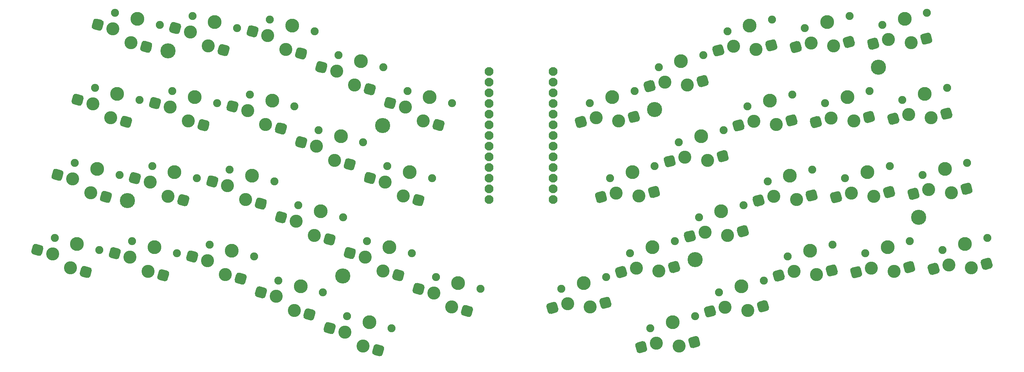
<source format=gbr>
%TF.GenerationSoftware,KiCad,Pcbnew,(5.1.6-0-10_14)*%
%TF.CreationDate,2020-10-19T23:05:39+02:00*%
%TF.ProjectId,batreus,62617472-6575-4732-9e6b-696361645f70,rev?*%
%TF.SameCoordinates,Original*%
%TF.FileFunction,Soldermask,Bot*%
%TF.FilePolarity,Negative*%
%FSLAX46Y46*%
G04 Gerber Fmt 4.6, Leading zero omitted, Abs format (unit mm)*
G04 Created by KiCad (PCBNEW (5.1.6-0-10_14)) date 2020-10-19 23:05:39*
%MOMM*%
%LPD*%
G01*
G04 APERTURE LIST*
%ADD10C,2.100000*%
%ADD11C,3.600000*%
%ADD12C,3.100000*%
%ADD13C,1.900000*%
%ADD14C,3.300000*%
G04 APERTURE END LIST*
D10*
%TO.C,N1*%
X157620000Y-115240000D03*
X157620000Y-112700000D03*
X157620000Y-110160000D03*
X157620000Y-107620000D03*
X157620000Y-105080000D03*
X157620000Y-102540000D03*
X157620000Y-100000000D03*
X157620000Y-97460000D03*
X157620000Y-94920000D03*
X157620000Y-92380000D03*
X157620000Y-89840000D03*
X157620000Y-87300000D03*
X157620000Y-84760000D03*
X142380000Y-115240000D03*
X142380000Y-112700000D03*
X142380000Y-110160000D03*
X142380000Y-107620000D03*
X142380000Y-105080000D03*
X142380000Y-102540000D03*
X142380000Y-100000000D03*
X142380000Y-97460000D03*
X142380000Y-94920000D03*
X142380000Y-92380000D03*
X142380000Y-89840000D03*
X142380000Y-87300000D03*
X142380000Y-84760000D03*
%TD*%
D11*
%TO.C,REF\u002A\u002A*%
X66000000Y-79800000D03*
%TD*%
%TO.C,REF\u002A\u002A*%
X56400000Y-115500000D03*
%TD*%
%TO.C,REF\u002A\u002A*%
X107600000Y-133400000D03*
%TD*%
%TO.C,REF\u002A\u002A*%
X117100000Y-97600000D03*
%TD*%
%TO.C,REF\u002A\u002A*%
X191400000Y-129500000D03*
%TD*%
%TO.C,REF\u002A\u002A*%
X181800000Y-93800000D03*
%TD*%
%TO.C,REF\u002A\u002A*%
X244600000Y-119400000D03*
%TD*%
%TO.C,REF\u002A\u002A*%
X235000000Y-83700000D03*
%TD*%
%TO.C,S3*%
G36*
G01*
X101080967Y-83980686D02*
X101417432Y-82724983D01*
G75*
G02*
X102213516Y-82265363I627852J-168232D01*
G01*
X103469219Y-82601828D01*
G75*
G02*
X103928839Y-83397912I-168232J-627852D01*
G01*
X103592374Y-84653615D01*
G75*
G02*
X102796290Y-85113235I-627852J168232D01*
G01*
X101540587Y-84776770D01*
G75*
G02*
X101080967Y-83980686I168232J627852D01*
G01*
G37*
G36*
G01*
X112611519Y-89244369D02*
X112947984Y-87988666D01*
G75*
G02*
X113744068Y-87529046I627852J-168232D01*
G01*
X114999771Y-87865511D01*
G75*
G02*
X115459391Y-88661595I-168232J-627852D01*
G01*
X115122926Y-89917298D01*
G75*
G02*
X114326842Y-90376918I-627852J168232D01*
G01*
X113071139Y-90040453D01*
G75*
G02*
X112611519Y-89244369I168232J627852D01*
G01*
G37*
D12*
X106127124Y-84659871D03*
X110413234Y-87982410D03*
D13*
X117252858Y-83706953D03*
X106627674Y-80859943D03*
D14*
X111940266Y-82283448D03*
%TD*%
%TO.C,S5*%
G36*
G01*
X163152536Y-97705396D02*
X162816071Y-96449692D01*
G75*
G02*
X163275691Y-95653608I627852J168232D01*
G01*
X164531394Y-95317143D01*
G75*
G02*
X165327478Y-95776763I168232J-627852D01*
G01*
X165663943Y-97032466D01*
G75*
G02*
X165204323Y-97828550I-627852J-168232D01*
G01*
X163948620Y-98165015D01*
G75*
G02*
X163152536Y-97705395I-168232J627852D01*
G01*
G37*
G36*
G01*
X175770129Y-96498602D02*
X175433664Y-95242898D01*
G75*
G02*
X175893284Y-94446814I627852J168232D01*
G01*
X177148987Y-94110349D01*
G75*
G02*
X177945071Y-94569969I168232J-627852D01*
G01*
X178281536Y-95825672D01*
G75*
G02*
X177821916Y-96621756I-627852J-168232D01*
G01*
X176566213Y-96958221D01*
G75*
G02*
X175770129Y-96498601I-168232J627852D01*
G01*
G37*
D12*
X167862229Y-95770507D03*
X173235378Y-96504856D03*
D13*
X177020938Y-89382389D03*
X166395754Y-92229399D03*
D14*
X171708346Y-90805894D03*
%TD*%
%TO.C,S4*%
G36*
G01*
X117432355Y-92503132D02*
X117768820Y-91247429D01*
G75*
G02*
X118564904Y-90787809I627852J-168232D01*
G01*
X119820607Y-91124274D01*
G75*
G02*
X120280227Y-91920358I-168232J-627852D01*
G01*
X119943762Y-93176061D01*
G75*
G02*
X119147678Y-93635681I-627852J168232D01*
G01*
X117891975Y-93299216D01*
G75*
G02*
X117432355Y-92503132I168232J627852D01*
G01*
G37*
G36*
G01*
X128962907Y-97766815D02*
X129299372Y-96511112D01*
G75*
G02*
X130095456Y-96051492I627852J-168232D01*
G01*
X131351159Y-96387957D01*
G75*
G02*
X131810779Y-97184041I-168232J-627852D01*
G01*
X131474314Y-98439744D01*
G75*
G02*
X130678230Y-98899364I-627852J168232D01*
G01*
X129422527Y-98562899D01*
G75*
G02*
X128962907Y-97766815I168232J627852D01*
G01*
G37*
D12*
X122478512Y-93182317D03*
X126764622Y-96504856D03*
D13*
X133604246Y-92229399D03*
X122979062Y-89382389D03*
D14*
X128291654Y-90805894D03*
%TD*%
%TO.C,S41*%
G36*
G01*
X156377452Y-141967098D02*
X156040987Y-140711394D01*
G75*
G02*
X156500607Y-139915310I627852J168232D01*
G01*
X157756310Y-139578845D01*
G75*
G02*
X158552394Y-140038465I168232J-627852D01*
G01*
X158888859Y-141294168D01*
G75*
G02*
X158429239Y-142090252I-627852J-168232D01*
G01*
X157173536Y-142426717D01*
G75*
G02*
X156377452Y-141967097I-168232J627852D01*
G01*
G37*
G36*
G01*
X168995045Y-140760304D02*
X168658580Y-139504600D01*
G75*
G02*
X169118200Y-138708516I627852J168232D01*
G01*
X170373903Y-138372051D01*
G75*
G02*
X171169987Y-138831671I168232J-627852D01*
G01*
X171506452Y-140087374D01*
G75*
G02*
X171046832Y-140883458I-627852J-168232D01*
G01*
X169791129Y-141219923D01*
G75*
G02*
X168995045Y-140760303I-168232J627852D01*
G01*
G37*
D12*
X161087145Y-140032209D03*
X166460294Y-140766558D03*
D13*
X170245854Y-133644091D03*
X159620670Y-136491101D03*
D14*
X164933262Y-135067596D03*
%TD*%
%TO.C,S40*%
G36*
G01*
X124207439Y-136764834D02*
X124543904Y-135509131D01*
G75*
G02*
X125339988Y-135049511I627852J-168232D01*
G01*
X126595691Y-135385976D01*
G75*
G02*
X127055311Y-136182060I-168232J-627852D01*
G01*
X126718846Y-137437763D01*
G75*
G02*
X125922762Y-137897383I-627852J168232D01*
G01*
X124667059Y-137560918D01*
G75*
G02*
X124207439Y-136764834I168232J627852D01*
G01*
G37*
G36*
G01*
X135737991Y-142028517D02*
X136074456Y-140772814D01*
G75*
G02*
X136870540Y-140313194I627852J-168232D01*
G01*
X138126243Y-140649659D01*
G75*
G02*
X138585863Y-141445743I-168232J-627852D01*
G01*
X138249398Y-142701446D01*
G75*
G02*
X137453314Y-143161066I-627852J168232D01*
G01*
X136197611Y-142824601D01*
G75*
G02*
X135737991Y-142028517I168232J627852D01*
G01*
G37*
D12*
X129253596Y-137444019D03*
X133539706Y-140766558D03*
D13*
X140379330Y-136491101D03*
X129754146Y-133644091D03*
D14*
X135066738Y-135067596D03*
%TD*%
%TO.C,S39*%
G36*
G01*
X247063652Y-132679308D02*
X246727187Y-131423604D01*
G75*
G02*
X247186807Y-130627520I627852J168232D01*
G01*
X248442510Y-130291055D01*
G75*
G02*
X249238594Y-130750675I168232J-627852D01*
G01*
X249575059Y-132006378D01*
G75*
G02*
X249115439Y-132802462I-627852J-168232D01*
G01*
X247859736Y-133138927D01*
G75*
G02*
X247063652Y-132679307I-168232J627852D01*
G01*
G37*
G36*
G01*
X259681245Y-131472514D02*
X259344780Y-130216810D01*
G75*
G02*
X259804400Y-129420726I627852J168232D01*
G01*
X261060103Y-129084261D01*
G75*
G02*
X261856187Y-129543881I168232J-627852D01*
G01*
X262192652Y-130799584D01*
G75*
G02*
X261733032Y-131595668I-627852J-168232D01*
G01*
X260477329Y-131932133D01*
G75*
G02*
X259681245Y-131472513I-168232J627852D01*
G01*
G37*
D12*
X251773345Y-130744419D03*
X257146494Y-131478768D03*
D13*
X260932054Y-124356301D03*
X250306870Y-127203311D03*
D14*
X255619462Y-125779806D03*
%TD*%
%TO.C,S38*%
G36*
G01*
X228641711Y-133474348D02*
X228305246Y-132218644D01*
G75*
G02*
X228764866Y-131422560I627852J168232D01*
G01*
X230020569Y-131086095D01*
G75*
G02*
X230816653Y-131545715I168232J-627852D01*
G01*
X231153118Y-132801418D01*
G75*
G02*
X230693498Y-133597502I-627852J-168232D01*
G01*
X229437795Y-133933967D01*
G75*
G02*
X228641711Y-133474347I-168232J627852D01*
G01*
G37*
G36*
G01*
X241259304Y-132267554D02*
X240922839Y-131011850D01*
G75*
G02*
X241382459Y-130215766I627852J168232D01*
G01*
X242638162Y-129879301D01*
G75*
G02*
X243434246Y-130338921I168232J-627852D01*
G01*
X243770711Y-131594624D01*
G75*
G02*
X243311091Y-132390708I-627852J-168232D01*
G01*
X242055388Y-132727173D01*
G75*
G02*
X241259304Y-132267553I-168232J627852D01*
G01*
G37*
D12*
X233351404Y-131539459D03*
X238724553Y-132273808D03*
D13*
X242510113Y-125151341D03*
X231884929Y-127998351D03*
D14*
X237197521Y-126574846D03*
%TD*%
%TO.C,S37*%
G36*
G01*
X210219770Y-134269388D02*
X209883305Y-133013684D01*
G75*
G02*
X210342925Y-132217600I627852J168232D01*
G01*
X211598628Y-131881135D01*
G75*
G02*
X212394712Y-132340755I168232J-627852D01*
G01*
X212731177Y-133596458D01*
G75*
G02*
X212271557Y-134392542I-627852J-168232D01*
G01*
X211015854Y-134729007D01*
G75*
G02*
X210219770Y-134269387I-168232J627852D01*
G01*
G37*
G36*
G01*
X222837363Y-133062594D02*
X222500898Y-131806890D01*
G75*
G02*
X222960518Y-131010806I627852J168232D01*
G01*
X224216221Y-130674341D01*
G75*
G02*
X225012305Y-131133961I168232J-627852D01*
G01*
X225348770Y-132389664D01*
G75*
G02*
X224889150Y-133185748I-627852J-168232D01*
G01*
X223633447Y-133522213D01*
G75*
G02*
X222837363Y-133062593I-168232J627852D01*
G01*
G37*
D12*
X214929463Y-132334499D03*
X220302612Y-133068848D03*
D13*
X224088172Y-125946381D03*
X213462988Y-128793391D03*
D14*
X218775580Y-127369886D03*
%TD*%
%TO.C,S36*%
G36*
G01*
X193868381Y-142791834D02*
X193531916Y-141536130D01*
G75*
G02*
X193991536Y-140740046I627852J168232D01*
G01*
X195247239Y-140403581D01*
G75*
G02*
X196043323Y-140863201I168232J-627852D01*
G01*
X196379788Y-142118904D01*
G75*
G02*
X195920168Y-142914988I-627852J-168232D01*
G01*
X194664465Y-143251453D01*
G75*
G02*
X193868381Y-142791833I-168232J627852D01*
G01*
G37*
G36*
G01*
X206485974Y-141585040D02*
X206149509Y-140329336D01*
G75*
G02*
X206609129Y-139533252I627852J168232D01*
G01*
X207864832Y-139196787D01*
G75*
G02*
X208660916Y-139656407I168232J-627852D01*
G01*
X208997381Y-140912110D01*
G75*
G02*
X208537761Y-141708194I-627852J-168232D01*
G01*
X207282058Y-142044659D01*
G75*
G02*
X206485974Y-141585039I-168232J627852D01*
G01*
G37*
D12*
X198578074Y-140856945D03*
X203951223Y-141591294D03*
D13*
X207736783Y-134468827D03*
X197111599Y-137315837D03*
D14*
X202424191Y-135892332D03*
%TD*%
%TO.C,S35*%
G36*
G01*
X177516993Y-151314280D02*
X177180528Y-150058576D01*
G75*
G02*
X177640148Y-149262492I627852J168232D01*
G01*
X178895851Y-148926027D01*
G75*
G02*
X179691935Y-149385647I168232J-627852D01*
G01*
X180028400Y-150641350D01*
G75*
G02*
X179568780Y-151437434I-627852J-168232D01*
G01*
X178313077Y-151773899D01*
G75*
G02*
X177516993Y-151314279I-168232J627852D01*
G01*
G37*
G36*
G01*
X190134586Y-150107486D02*
X189798121Y-148851782D01*
G75*
G02*
X190257741Y-148055698I627852J168232D01*
G01*
X191513444Y-147719233D01*
G75*
G02*
X192309528Y-148178853I168232J-627852D01*
G01*
X192645993Y-149434556D01*
G75*
G02*
X192186373Y-150230640I-627852J-168232D01*
G01*
X190930670Y-150567105D01*
G75*
G02*
X190134586Y-150107485I-168232J627852D01*
G01*
G37*
D12*
X182226686Y-149379391D03*
X187599835Y-150113740D03*
D13*
X191385395Y-142991273D03*
X180760211Y-145838283D03*
D14*
X186072803Y-144414778D03*
%TD*%
%TO.C,S34*%
G36*
G01*
X103067898Y-146112016D02*
X103404363Y-144856313D01*
G75*
G02*
X104200447Y-144396693I627852J-168232D01*
G01*
X105456150Y-144733158D01*
G75*
G02*
X105915770Y-145529242I-168232J-627852D01*
G01*
X105579305Y-146784945D01*
G75*
G02*
X104783221Y-147244565I-627852J168232D01*
G01*
X103527518Y-146908100D01*
G75*
G02*
X103067898Y-146112016I168232J627852D01*
G01*
G37*
G36*
G01*
X114598450Y-151375699D02*
X114934915Y-150119996D01*
G75*
G02*
X115730999Y-149660376I627852J-168232D01*
G01*
X116986702Y-149996841D01*
G75*
G02*
X117446322Y-150792925I-168232J-627852D01*
G01*
X117109857Y-152048628D01*
G75*
G02*
X116313773Y-152508248I-627852J168232D01*
G01*
X115058070Y-152171783D01*
G75*
G02*
X114598450Y-151375699I168232J627852D01*
G01*
G37*
D12*
X108114055Y-146791201D03*
X112400165Y-150113740D03*
D13*
X119239789Y-145838283D03*
X108614605Y-142991273D03*
D14*
X113927197Y-144414778D03*
%TD*%
%TO.C,S33*%
G36*
G01*
X86716510Y-137589570D02*
X87052975Y-136333867D01*
G75*
G02*
X87849059Y-135874247I627852J-168232D01*
G01*
X89104762Y-136210712D01*
G75*
G02*
X89564382Y-137006796I-168232J-627852D01*
G01*
X89227917Y-138262499D01*
G75*
G02*
X88431833Y-138722119I-627852J168232D01*
G01*
X87176130Y-138385654D01*
G75*
G02*
X86716510Y-137589570I168232J627852D01*
G01*
G37*
G36*
G01*
X98247062Y-142853253D02*
X98583527Y-141597550D01*
G75*
G02*
X99379611Y-141137930I627852J-168232D01*
G01*
X100635314Y-141474395D01*
G75*
G02*
X101094934Y-142270479I-168232J-627852D01*
G01*
X100758469Y-143526182D01*
G75*
G02*
X99962385Y-143985802I-627852J168232D01*
G01*
X98706682Y-143649337D01*
G75*
G02*
X98247062Y-142853253I168232J627852D01*
G01*
G37*
D12*
X91762667Y-138268755D03*
X96048777Y-141591294D03*
D13*
X102888401Y-137315837D03*
X92263217Y-134468827D03*
D14*
X97575809Y-135892332D03*
%TD*%
%TO.C,S32*%
G36*
G01*
X70365121Y-129067124D02*
X70701586Y-127811421D01*
G75*
G02*
X71497670Y-127351801I627852J-168232D01*
G01*
X72753373Y-127688266D01*
G75*
G02*
X73212993Y-128484350I-168232J-627852D01*
G01*
X72876528Y-129740053D01*
G75*
G02*
X72080444Y-130199673I-627852J168232D01*
G01*
X70824741Y-129863208D01*
G75*
G02*
X70365121Y-129067124I168232J627852D01*
G01*
G37*
G36*
G01*
X81895673Y-134330807D02*
X82232138Y-133075104D01*
G75*
G02*
X83028222Y-132615484I627852J-168232D01*
G01*
X84283925Y-132951949D01*
G75*
G02*
X84743545Y-133748033I-168232J-627852D01*
G01*
X84407080Y-135003736D01*
G75*
G02*
X83610996Y-135463356I-627852J168232D01*
G01*
X82355293Y-135126891D01*
G75*
G02*
X81895673Y-134330807I168232J627852D01*
G01*
G37*
D12*
X75411278Y-129746309D03*
X79697388Y-133068848D03*
D13*
X86537012Y-128793391D03*
X75911828Y-125946381D03*
D14*
X81224420Y-127369886D03*
%TD*%
%TO.C,S31*%
G36*
G01*
X51943180Y-128272084D02*
X52279645Y-127016381D01*
G75*
G02*
X53075729Y-126556761I627852J-168232D01*
G01*
X54331432Y-126893226D01*
G75*
G02*
X54791052Y-127689310I-168232J-627852D01*
G01*
X54454587Y-128945013D01*
G75*
G02*
X53658503Y-129404633I-627852J168232D01*
G01*
X52402800Y-129068168D01*
G75*
G02*
X51943180Y-128272084I168232J627852D01*
G01*
G37*
G36*
G01*
X63473732Y-133535767D02*
X63810197Y-132280064D01*
G75*
G02*
X64606281Y-131820444I627852J-168232D01*
G01*
X65861984Y-132156909D01*
G75*
G02*
X66321604Y-132952993I-168232J-627852D01*
G01*
X65985139Y-134208696D01*
G75*
G02*
X65189055Y-134668316I-627852J168232D01*
G01*
X63933352Y-134331851D01*
G75*
G02*
X63473732Y-133535767I168232J627852D01*
G01*
G37*
D12*
X56989337Y-128951269D03*
X61275447Y-132273808D03*
D13*
X68115071Y-127998351D03*
X57489887Y-125151341D03*
D14*
X62802479Y-126574846D03*
%TD*%
%TO.C,S30*%
G36*
G01*
X33521239Y-127477044D02*
X33857704Y-126221341D01*
G75*
G02*
X34653788Y-125761721I627852J-168232D01*
G01*
X35909491Y-126098186D01*
G75*
G02*
X36369111Y-126894270I-168232J-627852D01*
G01*
X36032646Y-128149973D01*
G75*
G02*
X35236562Y-128609593I-627852J168232D01*
G01*
X33980859Y-128273128D01*
G75*
G02*
X33521239Y-127477044I168232J627852D01*
G01*
G37*
G36*
G01*
X45051791Y-132740727D02*
X45388256Y-131485024D01*
G75*
G02*
X46184340Y-131025404I627852J-168232D01*
G01*
X47440043Y-131361869D01*
G75*
G02*
X47899663Y-132157953I-168232J-627852D01*
G01*
X47563198Y-133413656D01*
G75*
G02*
X46767114Y-133873276I-627852J168232D01*
G01*
X45511411Y-133536811D01*
G75*
G02*
X45051791Y-132740727I168232J627852D01*
G01*
G37*
D12*
X38567396Y-128156229D03*
X42853506Y-131478768D03*
D13*
X49693130Y-127203311D03*
X39067946Y-124356301D03*
D14*
X44380538Y-125779806D03*
%TD*%
%TO.C,S29*%
G36*
G01*
X242275500Y-114809681D02*
X241939035Y-113553977D01*
G75*
G02*
X242398655Y-112757893I627852J168232D01*
G01*
X243654358Y-112421428D01*
G75*
G02*
X244450442Y-112881048I168232J-627852D01*
G01*
X244786907Y-114136751D01*
G75*
G02*
X244327287Y-114932835I-627852J-168232D01*
G01*
X243071584Y-115269300D01*
G75*
G02*
X242275500Y-114809680I-168232J627852D01*
G01*
G37*
G36*
G01*
X254893093Y-113602887D02*
X254556628Y-112347183D01*
G75*
G02*
X255016248Y-111551099I627852J168232D01*
G01*
X256271951Y-111214634D01*
G75*
G02*
X257068035Y-111674254I168232J-627852D01*
G01*
X257404500Y-112929957D01*
G75*
G02*
X256944880Y-113726041I-627852J-168232D01*
G01*
X255689177Y-114062506D01*
G75*
G02*
X254893093Y-113602886I-168232J627852D01*
G01*
G37*
D12*
X246985193Y-112874792D03*
X252358342Y-113609141D03*
D13*
X256143902Y-106486674D03*
X245518718Y-109333684D03*
D14*
X250831310Y-107910179D03*
%TD*%
%TO.C,S28*%
G36*
G01*
X223853559Y-115604720D02*
X223517094Y-114349016D01*
G75*
G02*
X223976714Y-113552932I627852J168232D01*
G01*
X225232417Y-113216467D01*
G75*
G02*
X226028501Y-113676087I168232J-627852D01*
G01*
X226364966Y-114931790D01*
G75*
G02*
X225905346Y-115727874I-627852J-168232D01*
G01*
X224649643Y-116064339D01*
G75*
G02*
X223853559Y-115604719I-168232J627852D01*
G01*
G37*
G36*
G01*
X236471152Y-114397926D02*
X236134687Y-113142222D01*
G75*
G02*
X236594307Y-112346138I627852J168232D01*
G01*
X237850010Y-112009673D01*
G75*
G02*
X238646094Y-112469293I168232J-627852D01*
G01*
X238982559Y-113724996D01*
G75*
G02*
X238522939Y-114521080I-627852J-168232D01*
G01*
X237267236Y-114857545D01*
G75*
G02*
X236471152Y-114397925I-168232J627852D01*
G01*
G37*
D12*
X228563252Y-113669831D03*
X233936401Y-114404180D03*
D13*
X237721961Y-107281713D03*
X227096777Y-110128723D03*
D14*
X232409369Y-108705218D03*
%TD*%
%TO.C,S27*%
G36*
G01*
X205431618Y-116399760D02*
X205095153Y-115144056D01*
G75*
G02*
X205554773Y-114347972I627852J168232D01*
G01*
X206810476Y-114011507D01*
G75*
G02*
X207606560Y-114471127I168232J-627852D01*
G01*
X207943025Y-115726830D01*
G75*
G02*
X207483405Y-116522914I-627852J-168232D01*
G01*
X206227702Y-116859379D01*
G75*
G02*
X205431618Y-116399759I-168232J627852D01*
G01*
G37*
G36*
G01*
X218049211Y-115192966D02*
X217712746Y-113937262D01*
G75*
G02*
X218172366Y-113141178I627852J168232D01*
G01*
X219428069Y-112804713D01*
G75*
G02*
X220224153Y-113264333I168232J-627852D01*
G01*
X220560618Y-114520036D01*
G75*
G02*
X220100998Y-115316120I-627852J-168232D01*
G01*
X218845295Y-115652585D01*
G75*
G02*
X218049211Y-115192965I-168232J627852D01*
G01*
G37*
D12*
X210141311Y-114464871D03*
X215514460Y-115199220D03*
D13*
X219300020Y-108076753D03*
X208674836Y-110923763D03*
D14*
X213987428Y-109500258D03*
%TD*%
%TO.C,S26*%
G36*
G01*
X189080229Y-124922206D02*
X188743764Y-123666502D01*
G75*
G02*
X189203384Y-122870418I627852J168232D01*
G01*
X190459087Y-122533953D01*
G75*
G02*
X191255171Y-122993573I168232J-627852D01*
G01*
X191591636Y-124249276D01*
G75*
G02*
X191132016Y-125045360I-627852J-168232D01*
G01*
X189876313Y-125381825D01*
G75*
G02*
X189080229Y-124922205I-168232J627852D01*
G01*
G37*
G36*
G01*
X201697822Y-123715412D02*
X201361357Y-122459708D01*
G75*
G02*
X201820977Y-121663624I627852J168232D01*
G01*
X203076680Y-121327159D01*
G75*
G02*
X203872764Y-121786779I168232J-627852D01*
G01*
X204209229Y-123042482D01*
G75*
G02*
X203749609Y-123838566I-627852J-168232D01*
G01*
X202493906Y-124175031D01*
G75*
G02*
X201697822Y-123715411I-168232J627852D01*
G01*
G37*
D12*
X193789922Y-122987317D03*
X199163071Y-123721666D03*
D13*
X202948631Y-116599199D03*
X192323447Y-119446209D03*
D14*
X197636039Y-118022704D03*
%TD*%
%TO.C,S25*%
G36*
G01*
X172728840Y-133444652D02*
X172392375Y-132188948D01*
G75*
G02*
X172851995Y-131392864I627852J168232D01*
G01*
X174107698Y-131056399D01*
G75*
G02*
X174903782Y-131516019I168232J-627852D01*
G01*
X175240247Y-132771722D01*
G75*
G02*
X174780627Y-133567806I-627852J-168232D01*
G01*
X173524924Y-133904271D01*
G75*
G02*
X172728840Y-133444651I-168232J627852D01*
G01*
G37*
G36*
G01*
X185346433Y-132237858D02*
X185009968Y-130982154D01*
G75*
G02*
X185469588Y-130186070I627852J168232D01*
G01*
X186725291Y-129849605D01*
G75*
G02*
X187521375Y-130309225I168232J-627852D01*
G01*
X187857840Y-131564928D01*
G75*
G02*
X187398220Y-132361012I-627852J-168232D01*
G01*
X186142517Y-132697477D01*
G75*
G02*
X185346433Y-132237857I-168232J627852D01*
G01*
G37*
D12*
X177438533Y-131509763D03*
X182811682Y-132244112D03*
D13*
X186597242Y-125121645D03*
X175972058Y-127968655D03*
D14*
X181284650Y-126545150D03*
%TD*%
%TO.C,S24*%
G36*
G01*
X107856051Y-128242388D02*
X108192516Y-126986685D01*
G75*
G02*
X108988600Y-126527065I627852J-168232D01*
G01*
X110244303Y-126863530D01*
G75*
G02*
X110703923Y-127659614I-168232J-627852D01*
G01*
X110367458Y-128915317D01*
G75*
G02*
X109571374Y-129374937I-627852J168232D01*
G01*
X108315671Y-129038472D01*
G75*
G02*
X107856051Y-128242388I168232J627852D01*
G01*
G37*
G36*
G01*
X119386603Y-133506071D02*
X119723068Y-132250368D01*
G75*
G02*
X120519152Y-131790748I627852J-168232D01*
G01*
X121774855Y-132127213D01*
G75*
G02*
X122234475Y-132923297I-168232J-627852D01*
G01*
X121898010Y-134179000D01*
G75*
G02*
X121101926Y-134638620I-627852J168232D01*
G01*
X119846223Y-134302155D01*
G75*
G02*
X119386603Y-133506071I168232J627852D01*
G01*
G37*
D12*
X112902208Y-128921573D03*
X117188318Y-132244112D03*
D13*
X124027942Y-127968655D03*
X113402758Y-125121645D03*
D14*
X118715350Y-126545150D03*
%TD*%
%TO.C,S23*%
G36*
G01*
X91504662Y-119719942D02*
X91841127Y-118464239D01*
G75*
G02*
X92637211Y-118004619I627852J-168232D01*
G01*
X93892914Y-118341084D01*
G75*
G02*
X94352534Y-119137168I-168232J-627852D01*
G01*
X94016069Y-120392871D01*
G75*
G02*
X93219985Y-120852491I-627852J168232D01*
G01*
X91964282Y-120516026D01*
G75*
G02*
X91504662Y-119719942I168232J627852D01*
G01*
G37*
G36*
G01*
X103035214Y-124983625D02*
X103371679Y-123727922D01*
G75*
G02*
X104167763Y-123268302I627852J-168232D01*
G01*
X105423466Y-123604767D01*
G75*
G02*
X105883086Y-124400851I-168232J-627852D01*
G01*
X105546621Y-125656554D01*
G75*
G02*
X104750537Y-126116174I-627852J168232D01*
G01*
X103494834Y-125779709D01*
G75*
G02*
X103035214Y-124983625I168232J627852D01*
G01*
G37*
D12*
X96550819Y-120399127D03*
X100836929Y-123721666D03*
D13*
X107676553Y-119446209D03*
X97051369Y-116599199D03*
D14*
X102363961Y-118022704D03*
%TD*%
%TO.C,S22*%
G36*
G01*
X75153273Y-111197496D02*
X75489738Y-109941793D01*
G75*
G02*
X76285822Y-109482173I627852J-168232D01*
G01*
X77541525Y-109818638D01*
G75*
G02*
X78001145Y-110614722I-168232J-627852D01*
G01*
X77664680Y-111870425D01*
G75*
G02*
X76868596Y-112330045I-627852J168232D01*
G01*
X75612893Y-111993580D01*
G75*
G02*
X75153273Y-111197496I168232J627852D01*
G01*
G37*
G36*
G01*
X86683825Y-116461179D02*
X87020290Y-115205476D01*
G75*
G02*
X87816374Y-114745856I627852J-168232D01*
G01*
X89072077Y-115082321D01*
G75*
G02*
X89531697Y-115878405I-168232J-627852D01*
G01*
X89195232Y-117134108D01*
G75*
G02*
X88399148Y-117593728I-627852J168232D01*
G01*
X87143445Y-117257263D01*
G75*
G02*
X86683825Y-116461179I168232J627852D01*
G01*
G37*
D12*
X80199430Y-111876681D03*
X84485540Y-115199220D03*
D13*
X91325164Y-110923763D03*
X80699980Y-108076753D03*
D14*
X86012572Y-109500258D03*
%TD*%
%TO.C,S21*%
G36*
G01*
X56731332Y-110402456D02*
X57067797Y-109146753D01*
G75*
G02*
X57863881Y-108687133I627852J-168232D01*
G01*
X59119584Y-109023598D01*
G75*
G02*
X59579204Y-109819682I-168232J-627852D01*
G01*
X59242739Y-111075385D01*
G75*
G02*
X58446655Y-111535005I-627852J168232D01*
G01*
X57190952Y-111198540D01*
G75*
G02*
X56731332Y-110402456I168232J627852D01*
G01*
G37*
G36*
G01*
X68261884Y-115666139D02*
X68598349Y-114410436D01*
G75*
G02*
X69394433Y-113950816I627852J-168232D01*
G01*
X70650136Y-114287281D01*
G75*
G02*
X71109756Y-115083365I-168232J-627852D01*
G01*
X70773291Y-116339068D01*
G75*
G02*
X69977207Y-116798688I-627852J168232D01*
G01*
X68721504Y-116462223D01*
G75*
G02*
X68261884Y-115666139I168232J627852D01*
G01*
G37*
D12*
X61777489Y-111081641D03*
X66063599Y-114404180D03*
D13*
X72903223Y-110128723D03*
X62278039Y-107281713D03*
D14*
X67590631Y-108705218D03*
%TD*%
%TO.C,S20*%
G36*
G01*
X38309391Y-109607417D02*
X38645856Y-108351714D01*
G75*
G02*
X39441940Y-107892094I627852J-168232D01*
G01*
X40697643Y-108228559D01*
G75*
G02*
X41157263Y-109024643I-168232J-627852D01*
G01*
X40820798Y-110280346D01*
G75*
G02*
X40024714Y-110739966I-627852J168232D01*
G01*
X38769011Y-110403501D01*
G75*
G02*
X38309391Y-109607417I168232J627852D01*
G01*
G37*
G36*
G01*
X49839943Y-114871100D02*
X50176408Y-113615397D01*
G75*
G02*
X50972492Y-113155777I627852J-168232D01*
G01*
X52228195Y-113492242D01*
G75*
G02*
X52687815Y-114288326I-168232J-627852D01*
G01*
X52351350Y-115544029D01*
G75*
G02*
X51555266Y-116003649I-627852J168232D01*
G01*
X50299563Y-115667184D01*
G75*
G02*
X49839943Y-114871100I168232J627852D01*
G01*
G37*
D12*
X43355548Y-110286602D03*
X47641658Y-113609141D03*
D13*
X54481282Y-109333684D03*
X43856098Y-106486674D03*
D14*
X49168690Y-107910179D03*
%TD*%
%TO.C,S19*%
G36*
G01*
X237487347Y-96940053D02*
X237150882Y-95684349D01*
G75*
G02*
X237610502Y-94888265I627852J168232D01*
G01*
X238866205Y-94551800D01*
G75*
G02*
X239662289Y-95011420I168232J-627852D01*
G01*
X239998754Y-96267123D01*
G75*
G02*
X239539134Y-97063207I-627852J-168232D01*
G01*
X238283431Y-97399672D01*
G75*
G02*
X237487347Y-96940052I-168232J627852D01*
G01*
G37*
G36*
G01*
X250104940Y-95733259D02*
X249768475Y-94477555D01*
G75*
G02*
X250228095Y-93681471I627852J168232D01*
G01*
X251483798Y-93345006D01*
G75*
G02*
X252279882Y-93804626I168232J-627852D01*
G01*
X252616347Y-95060329D01*
G75*
G02*
X252156727Y-95856413I-627852J-168232D01*
G01*
X250901024Y-96192878D01*
G75*
G02*
X250104940Y-95733258I-168232J627852D01*
G01*
G37*
D12*
X242197040Y-95005164D03*
X247570189Y-95739513D03*
D13*
X251355749Y-88617046D03*
X240730565Y-91464056D03*
D14*
X246043157Y-90040551D03*
%TD*%
%TO.C,S18*%
G36*
G01*
X219065406Y-97735092D02*
X218728941Y-96479388D01*
G75*
G02*
X219188561Y-95683304I627852J168232D01*
G01*
X220444264Y-95346839D01*
G75*
G02*
X221240348Y-95806459I168232J-627852D01*
G01*
X221576813Y-97062162D01*
G75*
G02*
X221117193Y-97858246I-627852J-168232D01*
G01*
X219861490Y-98194711D01*
G75*
G02*
X219065406Y-97735091I-168232J627852D01*
G01*
G37*
G36*
G01*
X231682999Y-96528298D02*
X231346534Y-95272594D01*
G75*
G02*
X231806154Y-94476510I627852J168232D01*
G01*
X233061857Y-94140045D01*
G75*
G02*
X233857941Y-94599665I168232J-627852D01*
G01*
X234194406Y-95855368D01*
G75*
G02*
X233734786Y-96651452I-627852J-168232D01*
G01*
X232479083Y-96987917D01*
G75*
G02*
X231682999Y-96528297I-168232J627852D01*
G01*
G37*
D12*
X223775099Y-95800203D03*
X229148248Y-96534552D03*
D13*
X232933808Y-89412085D03*
X222308624Y-92259095D03*
D14*
X227621216Y-90835590D03*
%TD*%
%TO.C,S17*%
G36*
G01*
X200643465Y-98530132D02*
X200307000Y-97274428D01*
G75*
G02*
X200766620Y-96478344I627852J168232D01*
G01*
X202022323Y-96141879D01*
G75*
G02*
X202818407Y-96601499I168232J-627852D01*
G01*
X203154872Y-97857202D01*
G75*
G02*
X202695252Y-98653286I-627852J-168232D01*
G01*
X201439549Y-98989751D01*
G75*
G02*
X200643465Y-98530131I-168232J627852D01*
G01*
G37*
G36*
G01*
X213261058Y-97323338D02*
X212924593Y-96067634D01*
G75*
G02*
X213384213Y-95271550I627852J168232D01*
G01*
X214639916Y-94935085D01*
G75*
G02*
X215436000Y-95394705I168232J-627852D01*
G01*
X215772465Y-96650408D01*
G75*
G02*
X215312845Y-97446492I-627852J-168232D01*
G01*
X214057142Y-97782957D01*
G75*
G02*
X213261058Y-97323337I-168232J627852D01*
G01*
G37*
D12*
X205353158Y-96595243D03*
X210726307Y-97329592D03*
D13*
X214511867Y-90207125D03*
X203886683Y-93054135D03*
D14*
X209199275Y-91630630D03*
%TD*%
%TO.C,S16*%
G36*
G01*
X184292077Y-107052578D02*
X183955612Y-105796874D01*
G75*
G02*
X184415232Y-105000790I627852J168232D01*
G01*
X185670935Y-104664325D01*
G75*
G02*
X186467019Y-105123945I168232J-627852D01*
G01*
X186803484Y-106379648D01*
G75*
G02*
X186343864Y-107175732I-627852J-168232D01*
G01*
X185088161Y-107512197D01*
G75*
G02*
X184292077Y-107052577I-168232J627852D01*
G01*
G37*
G36*
G01*
X196909670Y-105845784D02*
X196573205Y-104590080D01*
G75*
G02*
X197032825Y-103793996I627852J168232D01*
G01*
X198288528Y-103457531D01*
G75*
G02*
X199084612Y-103917151I168232J-627852D01*
G01*
X199421077Y-105172854D01*
G75*
G02*
X198961457Y-105968938I-627852J-168232D01*
G01*
X197705754Y-106305403D01*
G75*
G02*
X196909670Y-105845783I-168232J627852D01*
G01*
G37*
D12*
X189001770Y-105117689D03*
X194374919Y-105852038D03*
D13*
X198160479Y-98729571D03*
X187535295Y-101576581D03*
D14*
X192847887Y-100153076D03*
%TD*%
%TO.C,S15*%
G36*
G01*
X167940688Y-115575024D02*
X167604223Y-114319320D01*
G75*
G02*
X168063843Y-113523236I627852J168232D01*
G01*
X169319546Y-113186771D01*
G75*
G02*
X170115630Y-113646391I168232J-627852D01*
G01*
X170452095Y-114902094D01*
G75*
G02*
X169992475Y-115698178I-627852J-168232D01*
G01*
X168736772Y-116034643D01*
G75*
G02*
X167940688Y-115575023I-168232J627852D01*
G01*
G37*
G36*
G01*
X180558281Y-114368230D02*
X180221816Y-113112526D01*
G75*
G02*
X180681436Y-112316442I627852J168232D01*
G01*
X181937139Y-111979977D01*
G75*
G02*
X182733223Y-112439597I168232J-627852D01*
G01*
X183069688Y-113695300D01*
G75*
G02*
X182610068Y-114491384I-627852J-168232D01*
G01*
X181354365Y-114827849D01*
G75*
G02*
X180558281Y-114368229I-168232J627852D01*
G01*
G37*
D12*
X172650381Y-113640135D03*
X178023530Y-114374484D03*
D13*
X181809090Y-107252017D03*
X171183906Y-110099027D03*
D14*
X176496498Y-108675522D03*
%TD*%
%TO.C,S14*%
G36*
G01*
X112644203Y-110372760D02*
X112980668Y-109117057D01*
G75*
G02*
X113776752Y-108657437I627852J-168232D01*
G01*
X115032455Y-108993902D01*
G75*
G02*
X115492075Y-109789986I-168232J-627852D01*
G01*
X115155610Y-111045689D01*
G75*
G02*
X114359526Y-111505309I-627852J168232D01*
G01*
X113103823Y-111168844D01*
G75*
G02*
X112644203Y-110372760I168232J627852D01*
G01*
G37*
G36*
G01*
X124174755Y-115636443D02*
X124511220Y-114380740D01*
G75*
G02*
X125307304Y-113921120I627852J-168232D01*
G01*
X126563007Y-114257585D01*
G75*
G02*
X127022627Y-115053669I-168232J-627852D01*
G01*
X126686162Y-116309372D01*
G75*
G02*
X125890078Y-116768992I-627852J168232D01*
G01*
X124634375Y-116432527D01*
G75*
G02*
X124174755Y-115636443I168232J627852D01*
G01*
G37*
D12*
X117690360Y-111051945D03*
X121976470Y-114374484D03*
D13*
X128816094Y-110099027D03*
X118190910Y-107252017D03*
D14*
X123503502Y-108675522D03*
%TD*%
%TO.C,S13*%
G36*
G01*
X96292814Y-101850314D02*
X96629279Y-100594611D01*
G75*
G02*
X97425363Y-100134991I627852J-168232D01*
G01*
X98681066Y-100471456D01*
G75*
G02*
X99140686Y-101267540I-168232J-627852D01*
G01*
X98804221Y-102523243D01*
G75*
G02*
X98008137Y-102982863I-627852J168232D01*
G01*
X96752434Y-102646398D01*
G75*
G02*
X96292814Y-101850314I168232J627852D01*
G01*
G37*
G36*
G01*
X107823366Y-107113997D02*
X108159831Y-105858294D01*
G75*
G02*
X108955915Y-105398674I627852J-168232D01*
G01*
X110211618Y-105735139D01*
G75*
G02*
X110671238Y-106531223I-168232J-627852D01*
G01*
X110334773Y-107786926D01*
G75*
G02*
X109538689Y-108246546I-627852J168232D01*
G01*
X108282986Y-107910081D01*
G75*
G02*
X107823366Y-107113997I168232J627852D01*
G01*
G37*
D12*
X101338971Y-102529499D03*
X105625081Y-105852038D03*
D13*
X112464705Y-101576581D03*
X101839521Y-98729571D03*
D14*
X107152113Y-100153076D03*
%TD*%
%TO.C,S12*%
G36*
G01*
X79941426Y-93327868D02*
X80277891Y-92072165D01*
G75*
G02*
X81073975Y-91612545I627852J-168232D01*
G01*
X82329678Y-91949010D01*
G75*
G02*
X82789298Y-92745094I-168232J-627852D01*
G01*
X82452833Y-94000797D01*
G75*
G02*
X81656749Y-94460417I-627852J168232D01*
G01*
X80401046Y-94123952D01*
G75*
G02*
X79941426Y-93327868I168232J627852D01*
G01*
G37*
G36*
G01*
X91471978Y-98591551D02*
X91808443Y-97335848D01*
G75*
G02*
X92604527Y-96876228I627852J-168232D01*
G01*
X93860230Y-97212693D01*
G75*
G02*
X94319850Y-98008777I-168232J-627852D01*
G01*
X93983385Y-99264480D01*
G75*
G02*
X93187301Y-99724100I-627852J168232D01*
G01*
X91931598Y-99387635D01*
G75*
G02*
X91471978Y-98591551I168232J627852D01*
G01*
G37*
D12*
X84987583Y-94007053D03*
X89273693Y-97329592D03*
D13*
X96113317Y-93054135D03*
X85488133Y-90207125D03*
D14*
X90800725Y-91630630D03*
%TD*%
%TO.C,S11*%
G36*
G01*
X61519485Y-92532828D02*
X61855950Y-91277125D01*
G75*
G02*
X62652034Y-90817505I627852J-168232D01*
G01*
X63907737Y-91153970D01*
G75*
G02*
X64367357Y-91950054I-168232J-627852D01*
G01*
X64030892Y-93205757D01*
G75*
G02*
X63234808Y-93665377I-627852J168232D01*
G01*
X61979105Y-93328912D01*
G75*
G02*
X61519485Y-92532828I168232J627852D01*
G01*
G37*
G36*
G01*
X73050037Y-97796511D02*
X73386502Y-96540808D01*
G75*
G02*
X74182586Y-96081188I627852J-168232D01*
G01*
X75438289Y-96417653D01*
G75*
G02*
X75897909Y-97213737I-168232J-627852D01*
G01*
X75561444Y-98469440D01*
G75*
G02*
X74765360Y-98929060I-627852J168232D01*
G01*
X73509657Y-98592595D01*
G75*
G02*
X73050037Y-97796511I168232J627852D01*
G01*
G37*
D12*
X66565642Y-93212013D03*
X70851752Y-96534552D03*
D13*
X77691376Y-92259095D03*
X67066192Y-89412085D03*
D14*
X72378784Y-90835590D03*
%TD*%
%TO.C,S10*%
G36*
G01*
X43097544Y-91737789D02*
X43434009Y-90482086D01*
G75*
G02*
X44230093Y-90022466I627852J-168232D01*
G01*
X45485796Y-90358931D01*
G75*
G02*
X45945416Y-91155015I-168232J-627852D01*
G01*
X45608951Y-92410718D01*
G75*
G02*
X44812867Y-92870338I-627852J168232D01*
G01*
X43557164Y-92533873D01*
G75*
G02*
X43097544Y-91737789I168232J627852D01*
G01*
G37*
G36*
G01*
X54628096Y-97001472D02*
X54964561Y-95745769D01*
G75*
G02*
X55760645Y-95286149I627852J-168232D01*
G01*
X57016348Y-95622614D01*
G75*
G02*
X57475968Y-96418698I-168232J-627852D01*
G01*
X57139503Y-97674401D01*
G75*
G02*
X56343419Y-98134021I-627852J168232D01*
G01*
X55087716Y-97797556D01*
G75*
G02*
X54628096Y-97001472I168232J627852D01*
G01*
G37*
D12*
X48143701Y-92416974D03*
X52429811Y-95739513D03*
D13*
X59269435Y-91464056D03*
X48644251Y-88617046D03*
D14*
X53956843Y-90040551D03*
%TD*%
%TO.C,S9*%
G36*
G01*
X232699195Y-79070425D02*
X232362730Y-77814721D01*
G75*
G02*
X232822350Y-77018637I627852J168232D01*
G01*
X234078053Y-76682172D01*
G75*
G02*
X234874137Y-77141792I168232J-627852D01*
G01*
X235210602Y-78397495D01*
G75*
G02*
X234750982Y-79193579I-627852J-168232D01*
G01*
X233495279Y-79530044D01*
G75*
G02*
X232699195Y-79070424I-168232J627852D01*
G01*
G37*
G36*
G01*
X245316788Y-77863631D02*
X244980323Y-76607927D01*
G75*
G02*
X245439943Y-75811843I627852J168232D01*
G01*
X246695646Y-75475378D01*
G75*
G02*
X247491730Y-75934998I168232J-627852D01*
G01*
X247828195Y-77190701D01*
G75*
G02*
X247368575Y-77986785I-627852J-168232D01*
G01*
X246112872Y-78323250D01*
G75*
G02*
X245316788Y-77863630I-168232J627852D01*
G01*
G37*
D12*
X237408888Y-77135536D03*
X242782037Y-77869885D03*
D13*
X246567597Y-70747418D03*
X235942413Y-73594428D03*
D14*
X241255005Y-72170923D03*
%TD*%
%TO.C,S8*%
G36*
G01*
X214277254Y-79865465D02*
X213940789Y-78609761D01*
G75*
G02*
X214400409Y-77813677I627852J168232D01*
G01*
X215656112Y-77477212D01*
G75*
G02*
X216452196Y-77936832I168232J-627852D01*
G01*
X216788661Y-79192535D01*
G75*
G02*
X216329041Y-79988619I-627852J-168232D01*
G01*
X215073338Y-80325084D01*
G75*
G02*
X214277254Y-79865464I-168232J627852D01*
G01*
G37*
G36*
G01*
X226894847Y-78658671D02*
X226558382Y-77402967D01*
G75*
G02*
X227018002Y-76606883I627852J168232D01*
G01*
X228273705Y-76270418D01*
G75*
G02*
X229069789Y-76730038I168232J-627852D01*
G01*
X229406254Y-77985741D01*
G75*
G02*
X228946634Y-78781825I-627852J-168232D01*
G01*
X227690931Y-79118290D01*
G75*
G02*
X226894847Y-78658670I-168232J627852D01*
G01*
G37*
D12*
X218986947Y-77930576D03*
X224360096Y-78664925D03*
D13*
X228145656Y-71542458D03*
X217520472Y-74389468D03*
D14*
X222833064Y-72965963D03*
%TD*%
%TO.C,S7*%
G36*
G01*
X195855313Y-80660504D02*
X195518848Y-79404800D01*
G75*
G02*
X195978468Y-78608716I627852J168232D01*
G01*
X197234171Y-78272251D01*
G75*
G02*
X198030255Y-78731871I168232J-627852D01*
G01*
X198366720Y-79987574D01*
G75*
G02*
X197907100Y-80783658I-627852J-168232D01*
G01*
X196651397Y-81120123D01*
G75*
G02*
X195855313Y-80660503I-168232J627852D01*
G01*
G37*
G36*
G01*
X208472906Y-79453710D02*
X208136441Y-78198006D01*
G75*
G02*
X208596061Y-77401922I627852J168232D01*
G01*
X209851764Y-77065457D01*
G75*
G02*
X210647848Y-77525077I168232J-627852D01*
G01*
X210984313Y-78780780D01*
G75*
G02*
X210524693Y-79576864I-627852J-168232D01*
G01*
X209268990Y-79913329D01*
G75*
G02*
X208472906Y-79453709I-168232J627852D01*
G01*
G37*
D12*
X200565006Y-78725615D03*
X205938155Y-79459964D03*
D13*
X209723715Y-72337497D03*
X199098531Y-75184507D03*
D14*
X204411123Y-73761002D03*
%TD*%
%TO.C,S6*%
G36*
G01*
X179503924Y-89182950D02*
X179167459Y-87927246D01*
G75*
G02*
X179627079Y-87131162I627852J168232D01*
G01*
X180882782Y-86794697D01*
G75*
G02*
X181678866Y-87254317I168232J-627852D01*
G01*
X182015331Y-88510020D01*
G75*
G02*
X181555711Y-89306104I-627852J-168232D01*
G01*
X180300008Y-89642569D01*
G75*
G02*
X179503924Y-89182949I-168232J627852D01*
G01*
G37*
G36*
G01*
X192121517Y-87976156D02*
X191785052Y-86720452D01*
G75*
G02*
X192244672Y-85924368I627852J168232D01*
G01*
X193500375Y-85587903D01*
G75*
G02*
X194296459Y-86047523I168232J-627852D01*
G01*
X194632924Y-87303226D01*
G75*
G02*
X194173304Y-88099310I-627852J-168232D01*
G01*
X192917601Y-88435775D01*
G75*
G02*
X192121517Y-87976155I-168232J627852D01*
G01*
G37*
D12*
X184213617Y-87248061D03*
X189586766Y-87982410D03*
D13*
X193372326Y-80859943D03*
X182747142Y-83706953D03*
D14*
X188059734Y-82283448D03*
%TD*%
%TO.C,S2*%
G36*
G01*
X84729578Y-75458240D02*
X85066043Y-74202537D01*
G75*
G02*
X85862127Y-73742917I627852J-168232D01*
G01*
X87117830Y-74079382D01*
G75*
G02*
X87577450Y-74875466I-168232J-627852D01*
G01*
X87240985Y-76131169D01*
G75*
G02*
X86444901Y-76590789I-627852J168232D01*
G01*
X85189198Y-76254324D01*
G75*
G02*
X84729578Y-75458240I168232J627852D01*
G01*
G37*
G36*
G01*
X96260130Y-80721923D02*
X96596595Y-79466220D01*
G75*
G02*
X97392679Y-79006600I627852J-168232D01*
G01*
X98648382Y-79343065D01*
G75*
G02*
X99108002Y-80139149I-168232J-627852D01*
G01*
X98771537Y-81394852D01*
G75*
G02*
X97975453Y-81854472I-627852J168232D01*
G01*
X96719750Y-81518007D01*
G75*
G02*
X96260130Y-80721923I168232J627852D01*
G01*
G37*
D12*
X89775735Y-76137425D03*
X94061845Y-79459964D03*
D13*
X100901469Y-75184507D03*
X90276285Y-72337497D03*
D14*
X95588877Y-73761002D03*
%TD*%
%TO.C,S1*%
G36*
G01*
X66307637Y-74663201D02*
X66644102Y-73407498D01*
G75*
G02*
X67440186Y-72947878I627852J-168232D01*
G01*
X68695889Y-73284343D01*
G75*
G02*
X69155509Y-74080427I-168232J-627852D01*
G01*
X68819044Y-75336130D01*
G75*
G02*
X68022960Y-75795750I-627852J168232D01*
G01*
X66767257Y-75459285D01*
G75*
G02*
X66307637Y-74663201I168232J627852D01*
G01*
G37*
G36*
G01*
X77838189Y-79926884D02*
X78174654Y-78671181D01*
G75*
G02*
X78970738Y-78211561I627852J-168232D01*
G01*
X80226441Y-78548026D01*
G75*
G02*
X80686061Y-79344110I-168232J-627852D01*
G01*
X80349596Y-80599813D01*
G75*
G02*
X79553512Y-81059433I-627852J168232D01*
G01*
X78297809Y-80722968D01*
G75*
G02*
X77838189Y-79926884I168232J627852D01*
G01*
G37*
D12*
X71353794Y-75342386D03*
X75639904Y-78664925D03*
D13*
X82479528Y-74389468D03*
X71854344Y-71542458D03*
D14*
X77166936Y-72965963D03*
%TD*%
%TO.C,S0*%
G36*
G01*
X47885696Y-73868161D02*
X48222161Y-72612458D01*
G75*
G02*
X49018245Y-72152838I627852J-168232D01*
G01*
X50273948Y-72489303D01*
G75*
G02*
X50733568Y-73285387I-168232J-627852D01*
G01*
X50397103Y-74541090D01*
G75*
G02*
X49601019Y-75000710I-627852J168232D01*
G01*
X48345316Y-74664245D01*
G75*
G02*
X47885696Y-73868161I168232J627852D01*
G01*
G37*
G36*
G01*
X59416248Y-79131844D02*
X59752713Y-77876141D01*
G75*
G02*
X60548797Y-77416521I627852J-168232D01*
G01*
X61804500Y-77752986D01*
G75*
G02*
X62264120Y-78549070I-168232J-627852D01*
G01*
X61927655Y-79804773D01*
G75*
G02*
X61131571Y-80264393I-627852J168232D01*
G01*
X59875868Y-79927928D01*
G75*
G02*
X59416248Y-79131844I168232J627852D01*
G01*
G37*
D12*
X52931853Y-74547346D03*
X57217963Y-77869885D03*
D13*
X64057587Y-73594428D03*
X53432403Y-70747418D03*
D14*
X58744995Y-72170923D03*
%TD*%
M02*

</source>
